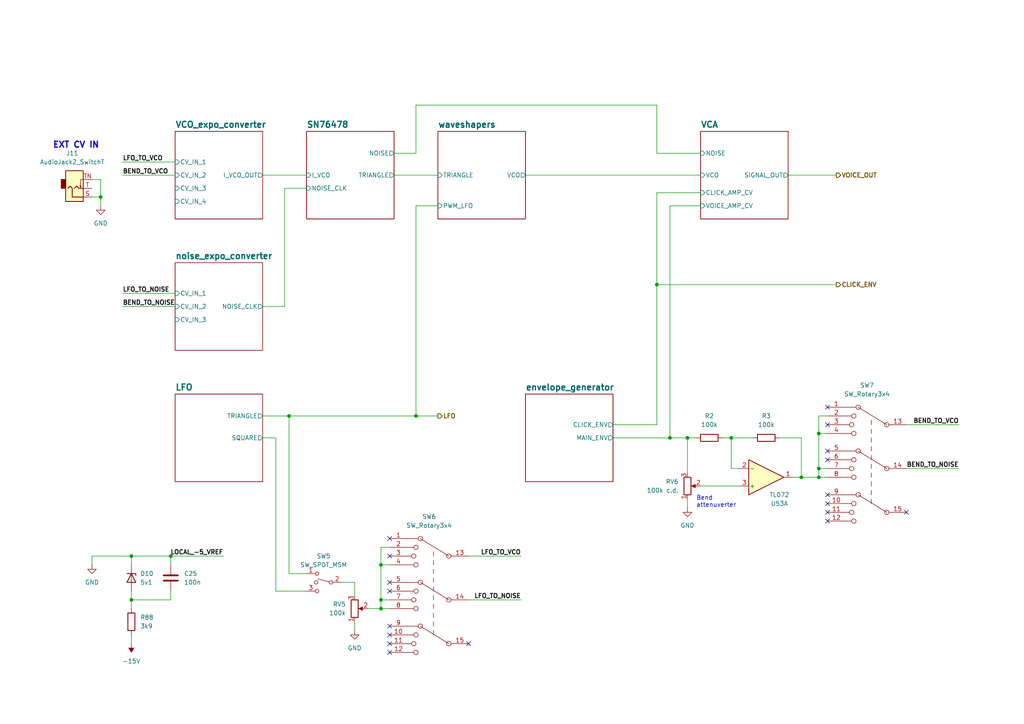
<source format=kicad_sch>
(kicad_sch (version 20221206) (generator eeschema)
  (paper "A4")
  (title_block (title "J.P. Fundrums") (date "2023-02-02") (rev "0") (comment 1 "creativecommons.org/licences/by/4.0/") (comment 2 "Licence: CC by 4.0") (comment 3 "Author: Jordan Aceto"))
  (lib_symbols
    (symbol "Amplifier_Operational:TL072" (pin_names (offset 0.127))
      (property "Reference" "U" (at 0 5.08 0))
      (property "Value" "TL072" (at 0 -5.08 0))
      (symbol "TL072_1_1"
        (polyline (pts (xy -5.08 5.08) (xy 5.08 0) (xy -5.08 -5.08) (xy -5.08 5.08)) (stroke (width 0.254)) (fill (type background)))
        (pin output line (at 7.62 0 180) (length 2.54) (name "~") (number "1"))
        (pin input line (at -7.62 -2.54 0) (length 2.54) (name "-") (number "2"))
        (pin input line (at -7.62 2.54 0) (length 2.54) (name "+") (number "3"))
      )
      (symbol "TL072_2_1"
        (polyline (pts (xy -5.08 5.08) (xy 5.08 0) (xy -5.08 -5.08) (xy -5.08 5.08)) (stroke (width 0.254)) (fill (type background)))
        (pin input line (at -7.62 2.54 0) (length 2.54) (name "+") (number "5"))
        (pin input line (at -7.62 -2.54 0) (length 2.54) (name "-") (number "6"))
        (pin output line (at 7.62 0 180) (length 2.54) (name "~") (number "7"))
      )
      (symbol "TL072_3_1"
        (pin power_in line (at -2.54 -7.62 90) (length 3.81) (name "V-") (number "4"))
        (pin power_in line (at -2.54 7.62 270) (length 3.81) (name "V+") (number "8"))
      )
    )
    (symbol "Connector_Audio:AudioJack2_SwitchT"
      (property "Reference" "J" (at 0 8.89 0))
      (property "Value" "AudioJack2_SwitchT" (at 0 6.35 0))
      (symbol "AudioJack2_SwitchT_0_1"
        (rectangle (start -2.54 0) (end -3.81 -2.54) (stroke (width 0.254)) (fill (type outline)))
        (polyline (pts (xy 1.778 -0.254) (xy 2.032 -0.762)))
        (polyline (pts (xy 0 0) (xy 0.635 -0.635) (xy 1.27 0) (xy 2.54 0)) (stroke (width 0.254)))
        (polyline (pts (xy 2.54 -2.54) (xy 1.778 -2.54) (xy 1.778 -0.254) (xy 1.524 -0.762)))
        (polyline (pts (xy 2.54 2.54) (xy -0.635 2.54) (xy -0.635 0) (xy -1.27 -0.635) (xy -1.905 0)) (stroke (width 0.254)))
        (rectangle (start 2.54 3.81) (end -2.54 -5.08) (stroke (width 0.254)) (fill (type background)))
      )
      (symbol "AudioJack2_SwitchT_1_1"
        (pin passive line (at 5.08 2.54 180) (length 2.54) (name "~") (number "S"))
        (pin passive line (at 5.08 0 180) (length 2.54) (name "~") (number "T"))
        (pin passive line (at 5.08 -2.54 180) (length 2.54) (name "~") (number "TN"))
      )
    )
    (symbol "Device:C" (pin_numbers hide) (pin_names (offset 0.254))
      (property "Reference" "C" (at 0.635 2.54 0))
      (property "Value" "C" (at 0.635 -2.54 0))
      (symbol "C_0_1"
        (polyline (pts (xy -2.032 -0.762) (xy 2.032 -0.762)) (stroke (width 0.508)))
        (polyline (pts (xy -2.032 0.762) (xy 2.032 0.762)) (stroke (width 0.508)))
      )
      (symbol "C_1_1"
        (pin passive line (at 0 3.81 270) (length 2.794) (name "~") (number "1"))
        (pin passive line (at 0 -3.81 90) (length 2.794) (name "~") (number "2"))
      )
    )
    (symbol "Device:D_Zener" (pin_numbers hide) (pin_names (offset 1.016) hide)
      (property "Reference" "D" (at 0 2.54 0))
      (property "Value" "D_Zener" (at 0 -2.54 0))
      (symbol "D_Zener_0_1"
        (polyline (pts (xy 1.27 0) (xy -1.27 0)))
        (polyline (pts (xy -1.27 -1.27) (xy -1.27 1.27) (xy -0.762 1.27)) (stroke (width 0.254)))
        (polyline (pts (xy 1.27 -1.27) (xy 1.27 1.27) (xy -1.27 0) (xy 1.27 -1.27)) (stroke (width 0.254)))
      )
      (symbol "D_Zener_1_1"
        (pin passive line (at -3.81 0 0) (length 2.54) (name "K") (number "1"))
        (pin passive line (at 3.81 0 180) (length 2.54) (name "A") (number "2"))
      )
    )
    (symbol "Device:R" (pin_numbers hide) (pin_names (offset 0))
      (property "Reference" "R" (at 2.032 0 90))
      (property "Value" "R" (at 0 0 90))
      (symbol "R_0_1"
        (rectangle (start -1.016 -2.54) (end 1.016 2.54) (stroke (width 0.254)))
      )
      (symbol "R_1_1"
        (pin passive line (at 0 3.81 270) (length 1.27) (name "~") (number "1"))
        (pin passive line (at 0 -3.81 90) (length 1.27) (name "~") (number "2"))
      )
    )
    (symbol "Device:R_Potentiometer" (pin_names (offset 1.016) hide)
      (property "Reference" "RV" (at -4.445 0 90))
      (property "Value" "R_Potentiometer" (at -2.54 0 90))
      (symbol "R_Potentiometer_0_1"
        (polyline (pts (xy 2.54 0) (xy 1.524 0)))
        (polyline (pts (xy 1.143 0) (xy 2.286 0.508) (xy 2.286 -0.508) (xy 1.143 0)) (fill (type outline)))
        (rectangle (start 1.016 2.54) (end -1.016 -2.54) (stroke (width 0.254)))
      )
      (symbol "R_Potentiometer_1_1"
        (pin passive line (at 0 3.81 270) (length 1.27) (name "1") (number "1"))
        (pin passive line (at 3.81 0 180) (length 1.27) (name "2") (number "2"))
        (pin passive line (at 0 -3.81 90) (length 1.27) (name "3") (number "3"))
      )
    )
    (symbol "Switch:SW_Rotary3x4" (pin_names (offset 1.016) hide)
      (property "Reference" "SW" (at 0 20.32 0))
      (property "Value" "SW_Rotary3x4" (at 0 -17.78 0))
      (symbol "SW_Rotary3x4_0_0"
        (circle (center -4.445 -12.7) (radius 0.635))
        (circle (center -4.445 0) (radius 0.635))
        (circle (center -4.445 12.7) (radius 0.635))
        (polyline (pts (xy -4.445 -12.7) (xy 3.81 -7.62)))
        (polyline (pts (xy -4.445 0) (xy 3.81 5.08)))
        (polyline (pts (xy -4.445 12.7) (xy 3.81 17.78)))
        (polyline (pts (xy 0 -10.16) (xy 0 -8.89)))
        (polyline (pts (xy 0 -7.62) (xy 0 -6.35)))
        (polyline (pts (xy 0 -5.08) (xy 0 -3.81)))
        (polyline (pts (xy 0 -2.54) (xy 0 -1.27)))
        (polyline (pts (xy 0 0) (xy 0 1.27)))
        (polyline (pts (xy 0 2.54) (xy 0 3.81)))
        (polyline (pts (xy 0 5.08) (xy 0 6.35)))
        (polyline (pts (xy 0 7.62) (xy 0 8.89)))
        (polyline (pts (xy 0 10.16) (xy 0 11.43)))
        (polyline (pts (xy 0 12.7) (xy 0 13.97)))
        (polyline (pts (xy 4.445 -7.62) (xy 7.62 -7.62)))
        (polyline (pts (xy 4.445 5.08) (xy 7.62 5.08)))
        (polyline (pts (xy 4.445 17.78) (xy 7.62 17.78)))
        (polyline (pts (xy 5.715 -15.24) (xy 7.62 -15.24)))
        (polyline (pts (xy 5.715 -10.16) (xy 7.62 -10.16)))
        (polyline (pts (xy 5.715 -2.54) (xy 7.62 -2.54)))
        (polyline (pts (xy 5.715 2.54) (xy 7.62 2.54)))
        (polyline (pts (xy 5.715 10.16) (xy 7.62 10.16)))
        (polyline (pts (xy 5.715 15.24) (xy 7.62 15.24)))
        (polyline (pts (xy 6.35 -12.7) (xy 7.62 -12.7)))
        (polyline (pts (xy 6.35 0) (xy 7.62 0)))
        (polyline (pts (xy 6.35 12.7) (xy 7.62 12.7)))
        (circle (center 3.81 -7.62) (radius 0.635))
        (circle (center 3.81 5.08) (radius 0.635))
        (circle (center 3.81 17.78) (radius 0.635))
        (circle (center 5.08 -15.24) (radius 0.635))
        (circle (center 5.08 -10.16) (radius 0.635))
        (circle (center 5.08 -2.54) (radius 0.635))
        (circle (center 5.08 2.54) (radius 0.635))
        (circle (center 5.08 10.16) (radius 0.635))
        (circle (center 5.08 15.24) (radius 0.635))
        (circle (center 5.715 -12.7) (radius 0.635))
        (circle (center 5.715 0) (radius 0.635))
        (circle (center 5.715 12.7) (radius 0.635))
      )
      (symbol "SW_Rotary3x4_0_1"
        (pin passive line (at 12.7 17.78 180) (length 5.08) (name "1") (number "1"))
        (pin passive line (at 12.7 -10.16 180) (length 5.08) (name "10") (number "10"))
        (pin passive line (at 12.7 -12.7 180) (length 5.08) (name "11") (number "11"))
        (pin passive line (at 12.7 -15.24 180) (length 5.08) (name "12") (number "12"))
        (pin passive line (at -10.16 12.7 0) (length 5.08) (name "13") (number "13"))
        (pin passive line (at -10.16 0 0) (length 5.08) (name "14") (number "14"))
        (pin passive line (at -10.16 -12.7 0) (length 5.08) (name "15") (number "15"))
        (pin passive line (at 12.7 15.24 180) (length 5.08) (name "2") (number "2"))
        (pin passive line (at 12.7 12.7 180) (length 5.08) (name "3") (number "3"))
        (pin passive line (at 12.7 10.16 180) (length 5.08) (name "4") (number "4"))
        (pin passive line (at 12.7 5.08 180) (length 5.08) (name "5") (number "5"))
        (pin passive line (at 12.7 2.54 180) (length 5.08) (name "6") (number "6"))
        (pin passive line (at 12.7 0 180) (length 5.08) (name "7") (number "7"))
        (pin passive line (at 12.7 -2.54 180) (length 5.08) (name "8") (number "8"))
        (pin passive line (at 12.7 -7.62 180) (length 5.08) (name "9") (number "9"))
      )
    )
    (symbol "Switch:SW_SPDT_MSM" (pin_names (offset 0) hide)
      (property "Reference" "SW" (at 0 5.08 0))
      (property "Value" "SW_SPDT_MSM" (at 0 -5.08 0))
      (symbol "SW_SPDT_MSM_0_0"
        (circle (center -2.032 0) (radius 0.508))
        (polyline (pts (xy -1.524 0.127) (xy 1.778 1.016)))
        (circle (center 2.032 -2.54) (radius 0.508))
      )
      (symbol "SW_SPDT_MSM_0_1"
        (circle (center 2.032 2.54) (radius 0.508))
        (circle (center 2.286 0) (radius 0.508))
      )
      (symbol "SW_SPDT_MSM_1_1"
        (pin passive line (at 5.08 2.54 180) (length 2.54) (name "1") (number "1"))
        (pin passive line (at -5.08 0 0) (length 2.54) (name "2") (number "2"))
        (pin passive line (at 5.08 -2.54 180) (length 2.54) (name "3") (number "3"))
      )
    )
    (symbol "power:-15V" (power) (pin_names (offset 0))
      (property "Value" "-15V" (at 0 3.81 0))
      (symbol "-15V_0_0"
        (pin power_in line (at 0 0 90) (length 0) hide (name "-15V") (number "1"))
      )
      (symbol "-15V_0_1"
        (polyline (pts (xy 0 0) (xy 0 1.27) (xy 0.762 1.27) (xy 0 2.54) (xy -0.762 1.27) (xy 0 1.27)) (fill (type outline)))
      )
    )
    (symbol "power:GND" (power) (pin_names (offset 0))
      (property "Value" "GND" (at 0 -3.81 0))
      (symbol "GND_0_1"
        (polyline (pts (xy 0 0) (xy 0 -1.27) (xy 1.27 -1.27) (xy 0 -2.54) (xy -1.27 -1.27) (xy 0 -1.27)))
      )
      (symbol "GND_1_1"
        (pin power_in line (at 0 0 270) (length 0) hide (name "GND") (number "1"))
      )
    )
  )
  (junction (at 194.31 127))
  (junction (at 110.49 176.53))
  (junction (at 232.41 138.43))
  (junction (at 237.49 125.73))
  (junction (at 110.49 163.83))
  (junction (at 237.49 135.89))
  (junction (at 110.49 173.99))
  (junction (at 237.49 138.43))
  (junction (at 212.09 127))
  (junction (at 190.5 82.55))
  (junction (at 38.1 173.99))
  (junction (at 49.53 161.29))
  (junction (at 83.82 120.65))
  (junction (at 38.1 161.29))
  (junction (at 120.65 120.65))
  (junction (at 199.39 127))
  (junction (at 29.21 57.15))
  (no_connect (at 113.03 156.21))
  (no_connect (at 113.03 171.45))
  (no_connect (at 240.03 130.81))
  (no_connect (at 240.03 133.35))
  (no_connect (at 240.03 146.05))
  (no_connect (at 113.03 161.29))
  (no_connect (at 240.03 123.19))
  (no_connect (at 113.03 168.91))
  (no_connect (at 113.03 189.23))
  (no_connect (at 240.03 143.51))
  (no_connect (at 240.03 148.59))
  (no_connect (at 262.89 148.59))
  (no_connect (at 240.03 151.13))
  (no_connect (at 135.89 186.69))
  (no_connect (at 113.03 186.69))
  (no_connect (at 113.03 184.15))
  (no_connect (at 240.03 118.11))
  (no_connect (at 113.03 181.61))
  (wire (pts (xy 194.31 59.69) (xy 203.2 59.69)))
  (wire (pts (xy 38.1 173.99) (xy 49.53 173.99)))
  (wire (pts (xy 82.55 54.61) (xy 88.9 54.61)))
  (wire (pts (xy 120.65 59.69) (xy 120.65 120.65)))
  (wire (pts (xy 199.39 127) (xy 201.93 127)))
  (wire (pts (xy 82.55 88.9) (xy 82.55 54.61)))
  (wire (pts (xy 229.87 138.43) (xy 232.41 138.43)))
  (wire (pts (xy 190.5 123.19) (xy 190.5 82.55)))
  (wire (pts (xy 114.3 44.45) (xy 120.65 44.45)))
  (wire (pts (xy 80.01 171.45) (xy 88.9 171.45)))
  (wire (pts (xy 113.03 158.75) (xy 110.49 158.75)))
  (wire (pts (xy 209.55 127) (xy 212.09 127)))
  (wire (pts (xy 50.8 50.8) (xy 35.56 50.8)))
  (wire (pts (xy 29.21 57.15) (xy 29.21 59.69)))
  (wire (pts (xy 190.5 82.55) (xy 190.5 55.88)))
  (wire (pts (xy 177.8 123.19) (xy 190.5 123.19)))
  (wire (pts (xy 83.82 120.65) (xy 120.65 120.65)))
  (wire (pts (xy 50.8 46.99) (xy 35.56 46.99)))
  (wire (pts (xy 114.3 50.8) (xy 127 50.8)))
  (wire (pts (xy 194.31 127) (xy 194.31 59.69)))
  (wire (pts (xy 212.09 127) (xy 218.44 127)))
  (wire (pts (xy 102.87 180.34) (xy 102.87 182.88)))
  (wire (pts (xy 214.63 135.89) (xy 212.09 135.89)))
  (wire (pts (xy 50.8 88.9) (xy 35.56 88.9)))
  (wire (pts (xy 110.49 173.99) (xy 110.49 163.83)))
  (wire (pts (xy 38.1 173.99) (xy 38.1 176.53)))
  (wire (pts (xy 110.49 158.75) (xy 110.49 163.83)))
  (wire (pts (xy 237.49 138.43) (xy 240.03 138.43)))
  (wire (pts (xy 76.2 120.65) (xy 83.82 120.65)))
  (wire (pts (xy 49.53 163.83) (xy 49.53 161.29)))
  (wire (pts (xy 232.41 127) (xy 226.06 127)))
  (wire (pts (xy 262.89 123.19) (xy 278.13 123.19)))
  (wire (pts (xy 76.2 88.9) (xy 82.55 88.9)))
  (wire (pts (xy 212.09 135.89) (xy 212.09 127)))
  (wire (pts (xy 120.65 120.65) (xy 127 120.65)))
  (wire (pts (xy 49.53 161.29) (xy 64.77 161.29)))
  (wire (pts (xy 237.49 125.73) (xy 240.03 125.73)))
  (wire (pts (xy 199.39 137.16) (xy 199.39 127)))
  (wire (pts (xy 76.2 127) (xy 80.01 127)))
  (wire (pts (xy 190.5 30.48) (xy 190.5 44.45)))
  (wire (pts (xy 26.67 57.15) (xy 29.21 57.15)))
  (wire (pts (xy 120.65 59.69) (xy 127 59.69)))
  (wire (pts (xy 237.49 135.89) (xy 237.49 125.73)))
  (wire (pts (xy 49.53 161.29) (xy 38.1 161.29)))
  (wire (pts (xy 135.89 161.29) (xy 151.13 161.29)))
  (wire (pts (xy 80.01 127) (xy 80.01 171.45)))
  (wire (pts (xy 240.03 135.89) (xy 237.49 135.89)))
  (wire (pts (xy 113.03 173.99) (xy 110.49 173.99)))
  (wire (pts (xy 237.49 120.65) (xy 237.49 125.73)))
  (wire (pts (xy 190.5 44.45) (xy 203.2 44.45)))
  (wire (pts (xy 110.49 176.53) (xy 113.03 176.53)))
  (wire (pts (xy 99.06 168.91) (xy 102.87 168.91)))
  (wire (pts (xy 240.03 120.65) (xy 237.49 120.65)))
  (wire (pts (xy 26.67 161.29) (xy 26.67 163.83)))
  (wire (pts (xy 120.65 44.45) (xy 120.65 30.48)))
  (wire (pts (xy 38.1 184.15) (xy 38.1 186.69)))
  (wire (pts (xy 38.1 171.45) (xy 38.1 173.99)))
  (wire (pts (xy 110.49 163.83) (xy 113.03 163.83)))
  (wire (pts (xy 232.41 138.43) (xy 237.49 138.43)))
  (wire (pts (xy 237.49 135.89) (xy 237.49 138.43)))
  (wire (pts (xy 26.67 161.29) (xy 38.1 161.29)))
  (wire (pts (xy 177.8 127) (xy 194.31 127)))
  (wire (pts (xy 190.5 82.55) (xy 242.57 82.55)))
  (wire (pts (xy 88.9 166.37) (xy 83.82 166.37)))
  (wire (pts (xy 29.21 52.07) (xy 29.21 57.15)))
  (wire (pts (xy 262.89 135.89) (xy 278.13 135.89)))
  (wire (pts (xy 38.1 161.29) (xy 38.1 163.83)))
  (wire (pts (xy 135.89 173.99) (xy 151.13 173.99)))
  (wire (pts (xy 152.4 50.8) (xy 203.2 50.8)))
  (wire (pts (xy 102.87 168.91) (xy 102.87 172.72)))
  (wire (pts (xy 228.6 50.8) (xy 242.57 50.8)))
  (wire (pts (xy 83.82 166.37) (xy 83.82 120.65)))
  (wire (pts (xy 35.56 85.09) (xy 50.8 85.09)))
  (wire (pts (xy 199.39 144.78) (xy 199.39 147.32)))
  (wire (pts (xy 190.5 55.88) (xy 203.2 55.88)))
  (wire (pts (xy 232.41 138.43) (xy 232.41 127)))
  (wire (pts (xy 120.65 30.48) (xy 190.5 30.48)))
  (wire (pts (xy 203.2 140.97) (xy 214.63 140.97)))
  (wire (pts (xy 26.67 52.07) (xy 29.21 52.07)))
  (wire (pts (xy 106.68 176.53) (xy 110.49 176.53)))
  (wire (pts (xy 49.53 173.99) (xy 49.53 171.45)))
  (wire (pts (xy 76.2 50.8) (xy 88.9 50.8)))
  (wire (pts (xy 110.49 173.99) (xy 110.49 176.53)))
  (wire (pts (xy 194.31 127) (xy 199.39 127)))
  (text "EXT CV IN" (at 15.24 43.18 0) (effects (font (size 1.75 1.75) (thickness 0.35) bold) (justify left bottom)))
  (text "Bend\nattenuverter" (at 201.93 147.32 0) (effects (font (size 1.27 1.27)) (justify left bottom)))
  (label "LOCAL_-5_VREF" (at 64.77 161.29 180) (effects (font bold)))
  (label "BEND_TO_VCO" (at 278.13 123.19 180) (effects (font bold)))
  (label "LFO_TO_VCO" (at 35.56 46.99 0) (effects (font bold)))
  (label "BEND_TO_NOISE" (at 35.56 88.9 0) (effects (font bold)))
  (label "LFO_TO_NOISE" (at 35.56 85.09 0) (effects (font bold)))
  (label "BEND_TO_NOISE" (at 278.13 135.89 180) (effects (font bold)))
  (label "LFO_TO_NOISE" (at 151.13 173.99 180) (effects (font bold)))
  (label "LFO_TO_VCO" (at 151.13 161.29 180) (effects (font bold)))
  (label "BEND_TO_VCO" (at 35.56 50.8 0) (effects (font bold)))
  (hierarchical_label "LFO" (shape output) (at 127 120.65 0) (effects (font bold)))
  (hierarchical_label "CLICK_ENV" (shape output) (at 242.57 82.55 0) (effects (font bold)))
  (hierarchical_label "VOICE_OUT" (shape output) (at 242.57 50.8 0) (effects (font bold)))
  (symbol (lib_id "Device:R") (at 205.74 127 90) (unit 1)
    (property "Reference" "R2" (at 205.74 120.65 90))
    (property "Value" "100k" (at 205.74 123.19 90))
    (instances (project "fundrums" (path "" (reference "R2") (unit 1)) (path "" (reference "R89") (unit 1)) (path "" (reference "R176") (unit 1)) (path "" (reference "R263") (unit 1))))
  )
  (symbol (lib_id "power:GND") (at 199.39 147.32 0) (unit 1)
    (property "Reference" "#PWR097" (effects hide))
    (property "Value" "GND" (at 199.39 152.4 0))
    (instances (project "fundrums" (path "" (reference "#PWR097") (unit 1)) (path "" (reference "#PWR0174") (unit 1)) (path "" (reference "#PWR0251") (unit 1)) (path "" (reference "#PWR0328") (unit 1))))
  )
  (symbol (lib_id "Device:R_Potentiometer") (at 102.87 176.53 0) (mirror x) (unit 1)
    (property "Reference" "RV5" (at 100.33 175.2599 0) (effects (justify right)))
    (property "Value" "100k" (at 100.33 177.7999 0) (effects (justify right)))
    (instances (project "fundrums" (path "" (reference "RV5") (unit 1)) (path "" (reference "RV17") (unit 1)) (path "" (reference "RV29") (unit 1)) (path "" (reference "RV41") (unit 1))))
  )
  (symbol (lib_id "power:-15V") (at 38.1 186.69 180) (unit 1)
    (property "Reference" "#PWR014" (effects hide))
    (property "Value" "-15V" (at 38.1 191.77 0))
    (instances (project "fundrums" (path "" (reference "#PWR014") (unit 1)) (path "" (reference "#PWR015") (unit 1)) (path "" (reference "#PWR016") (unit 1)) (path "" (reference "#PWR019") (unit 1))))
  )
  (symbol (lib_id "Switch:SW_Rotary3x4") (at 125.73 173.99 0) (mirror y) (unit 1)
    (property "Reference" "SW6" (at 124.46 149.86 0))
    (property "Value" "SW_Rotary3x4" (at 124.46 152.4 0))
    (property "Datasheet" "http://cdn-reichelt.de/documents/datenblatt/C200/DS-Serie%23LOR.pdf" (effects hide))
    (instances (project "fundrums" (path "" (reference "SW6") (unit 1)) (path "" (reference "SW13") (unit 1)) (path "" (reference "SW20") (unit 1)) (path "" (reference "SW27") (unit 1))))
  )
  (symbol (lib_id "Device:R") (at 38.1 180.34 0) (unit 1)
    (property "Reference" "R88" (at 40.64 179.07 0) (effects (justify left)))
    (property "Value" "3k9" (at 40.64 181.61 0) (effects (justify left)))
    (instances (project "fundrums" (path "" (reference "R88") (unit 1)) (path "" (reference "R1") (unit 1)) (path "" (reference "R175") (unit 1)) (path "" (reference "R262") (unit 1))))
  )
  (symbol (lib_id "power:GND") (at 29.21 59.69 0) (unit 1)
    (property "Reference" "#PWR025" (effects hide))
    (property "Value" "GND" (at 29.21 64.77 0))
    (instances (project "fundrums" (path "" (reference "#PWR025") (unit 1)) (path "" (reference "#PWR024") (unit 1)) (path "" (reference "#PWR026") (unit 1)) (path "" (reference "#PWR027") (unit 1))))
  )
  (symbol (lib_id "Device:R_Potentiometer") (at 199.39 140.97 0) (mirror x) (unit 1)
    (property "Reference" "RV6" (at 196.85 139.6999 0) (effects (justify right)))
    (property "Value" "100k c.d." (at 196.85 142.2399 0) (effects (justify right)))
    (instances (project "fundrums" (path "" (reference "RV6") (unit 1)) (path "" (reference "RV18") (unit 1)) (path "" (reference "RV30") (unit 1)) (path "" (reference "RV42") (unit 1))))
  )
  (symbol (lib_id "Device:D_Zener") (at 38.1 167.64 270) (unit 1)
    (property "Reference" "D10" (at 40.64 166.37 90) (effects (justify left)))
    (property "Value" "5v1" (at 40.64 168.91 90) (effects (justify left)))
    (instances (project "fundrums" (path "" (reference "D10") (unit 1)) (path "" (reference "D1") (unit 1)) (path "" (reference "D19") (unit 1)) (path "" (reference "D28") (unit 1))))
  )
  (symbol (lib_id "power:GND") (at 26.67 163.83 0) (unit 1)
    (property "Reference" "#PWR021" (effects hide))
    (property "Value" "GND" (at 26.67 168.91 0))
    (instances (project "fundrums" (path "" (reference "#PWR021") (unit 1)) (path "" (reference "#PWR020") (unit 1)) (path "" (reference "#PWR022") (unit 1)) (path "" (reference "#PWR023") (unit 1))))
  )
  (symbol (lib_id "power:GND") (at 102.87 182.88 0) (unit 1)
    (property "Reference" "#PWR096" (effects hide))
    (property "Value" "GND" (at 102.87 187.96 0))
    (instances (project "fundrums" (path "" (reference "#PWR096") (unit 1)) (path "" (reference "#PWR0173") (unit 1)) (path "" (reference "#PWR0250") (unit 1)) (path "" (reference "#PWR0327") (unit 1))))
  )
  (symbol (lib_id "Device:R") (at 222.25 127 90) (unit 1)
    (property "Reference" "R3" (at 222.25 120.65 90))
    (property "Value" "100k" (at 222.25 123.19 90))
    (instances (project "fundrums" (path "" (reference "R3") (unit 1)) (path "" (reference "R90") (unit 1)) (path "" (reference "R177") (unit 1)) (path "" (reference "R264") (unit 1))))
  )
  (symbol (lib_id "Amplifier_Operational:TL072") (at 222.25 138.43 0) (mirror x) (unit 1)
    (property "Reference" "U53" (at 226.06 146.05 0))
    (property "Value" "TL072" (at 226.06 143.51 0))
    (property "Datasheet" "http://www.ti.com/lit/ds/symlink/tl071.pdf" (effects hide))
    (instances (project "fundrums" (path "" (reference "U53") (unit 1)) (path "" (reference "U53") (unit 2)) (path "" (reference "U54") (unit 1)) (path "" (reference "U454") (unit 2))))
  )
  (symbol (lib_id "Connector_Audio:AudioJack2_SwitchT") (at 21.59 54.61 0) (mirror x) (unit 1)
    (property "Reference" "J11" (at 20.955 44.45 0))
    (property "Value" "AudioJack2_SwitchT" (at 20.955 46.99 0))
    (instances (project "fundrums" (path "" (reference "J11") (unit 1)) (path "" (reference "J7") (unit 1)) (path "" (reference "J15") (unit 1)) (path "" (reference "J19") (unit 1))))
  )
  (symbol (lib_id "Device:C") (at 49.53 167.64 0) (unit 1)
    (property "Reference" "C25" (at 53.34 166.37 0) (effects (justify left)))
    (property "Value" "100n" (at 53.34 168.91 0) (effects (justify left)))
    (instances (project "fundrums" (path "" (reference "C25") (unit 1)) (path "" (reference "C1") (unit 1)) (path "" (reference "C49") (unit 1)) (path "" (reference "C73") (unit 1))))
  )
  (symbol (lib_id "Switch:SW_SPDT_MSM") (at 93.98 168.91 0) (mirror y) (unit 1)
    (property "Reference" "SW5" (at 93.853 161.29 0))
    (property "Value" "SW_SPDT_MSM" (at 93.853 163.83 0))
    (instances (project "fundrums" (path "" (reference "SW5") (unit 1)) (path "" (reference "SW12") (unit 1)) (path "" (reference "SW19") (unit 1)) (path "" (reference "SW26") (unit 1))))
  )
  (symbol (lib_id "Switch:SW_Rotary3x4") (at 252.73 135.89 0) (mirror y) (unit 1)
    (property "Reference" "SW7" (at 251.46 111.76 0))
    (property "Value" "SW_Rotary3x4" (at 251.46 114.3 0))
    (property "Datasheet" "http://cdn-reichelt.de/documents/datenblatt/C200/DS-Serie%23LOR.pdf" (effects hide))
    (instances (project "fundrums" (path "" (reference "SW7") (unit 1)) (path "" (reference "SW14") (unit 1)) (path "" (reference "SW21") (unit 1)) (path "" (reference "SW28") (unit 1))))
  )
  (sheet (at 50.8 114.3) (size 25.4 25.4) (stroke (width 0.1524))
    (property "Sheetname" "LFO" (at 50.8 113.3484 0) (effects (font (size 1.75 1.75) bold) (justify left bottom)))
    (property "Sheetfile" "LFO.kicad_sch" (effects hide))
    (pin "SQUARE" output (at 76.2 127 0))
    (pin "TRIANGLE" output (at 76.2 120.65 0))
  )
  (sheet (at 50.8 38.1) (size 25.4 25.4) (stroke (width 0.1524))
    (property "Sheetname" "VCO_expo_converter" (at 50.8 37.1484 0) (effects (font (size 1.75 1.75) bold) (justify left bottom)))
    (property "Sheetfile" "VCO_expo_converter.kicad_sch" (effects hide))
    (pin "CV_IN_4" input (at 50.8 58.42 180))
    (pin "CV_IN_1" input (at 50.8 46.99 180))
    (pin "CV_IN_3" input (at 50.8 54.61 180))
    (pin "CV_IN_2" input (at 50.8 50.8 180))
    (pin "I_VCO_OUT" output (at 76.2 50.8 0))
  )
  (sheet (at 88.9 38.1) (size 25.4 25.4) (stroke (width 0.1524))
    (property "Sheetname" "SN76478" (at 88.9 37.1484 0) (effects (font (size 1.75 1.75) bold) (justify left bottom)))
    (property "Sheetfile" "SN76477.kicad_sch" (effects hide))
    (pin "TRIANGLE" output (at 114.3 50.8 0))
    (pin "NOISE" output (at 114.3 44.45 0))
    (pin "NOISE_CLK" input (at 88.9 54.61 180))
    (pin "I_VCO" input (at 88.9 50.8 180))
  )
  (sheet (at 152.4 114.3) (size 25.4 25.4) (stroke (width 0.1524))
    (property "Sheetname" "envelope_generator" (at 152.4 113.3484 0) (effects (font (size 1.75 1.75) bold) (justify left bottom)))
    (property "Sheetfile" "envelope_generator.kicad_sch" (effects hide))
    (pin "MAIN_ENV" output (at 177.8 127 0))
    (pin "CLICK_ENV" output (at 177.8 123.19 0))
  )
  (sheet (at 203.2 38.1) (size 25.4 25.4) (stroke (width 0.1524))
    (property "Sheetname" "VCA" (at 203.2 37.1484 0) (effects (font (size 1.75 1.75) bold) (justify left bottom)))
    (property "Sheetfile" "VCA.kicad_sch" (effects hide))
    (pin "NOISE" input (at 203.2 44.45 180))
    (pin "VOICE_AMP_CV" input (at 203.2 59.69 180))
    (pin "VCO" input (at 203.2 50.8 180))
    (pin "CLICK_AMP_CV" input (at 203.2 55.88 180))
    (pin "SIGNAL_OUT" output (at 228.6 50.8 0))
  )
  (sheet (at 50.8 76.2) (size 25.4 25.4) (stroke (width 0.1524))
    (property "Sheetname" "noise_expo_converter" (at 50.8 75.2484 0) (effects (font (size 1.75 1.75) bold) (justify left bottom)))
    (property "Sheetfile" "noise_expo_converter.kicad_sch" (effects hide))
    (pin "NOISE_CLK" output (at 76.2 88.9 0))
    (pin "CV_IN_3" input (at 50.8 92.71 180))
    (pin "CV_IN_1" input (at 50.8 85.09 180))
    (pin "CV_IN_2" input (at 50.8 88.9 180))
  )
  (sheet (at 127 38.1) (size 25.4 25.4) (stroke (width 0.1524))
    (property "Sheetname" "waveshapers" (at 127 37.1484 0) (effects (font (size 1.75 1.75) bold) (justify left bottom)))
    (property "Sheetfile" "waveshapers.kicad_sch" (effects hide))
    (pin "PWM_LFO" input (at 127 59.69 180))
    (pin "TRIANGLE" input (at 127 50.8 180))
    (pin "VCO" output (at 152.4 50.8 0))
  )
)
</source>
